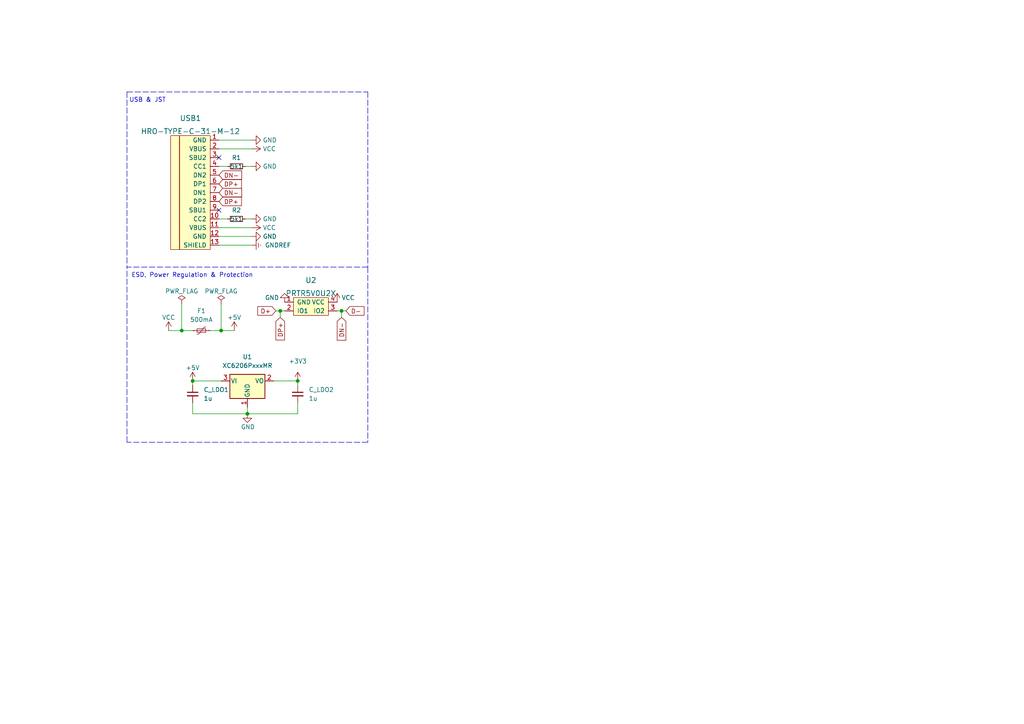
<source format=kicad_sch>
(kicad_sch (version 20211123) (generator eeschema)
  (paper "A4")
  (lib_symbols
    (symbol "Device:C_Small" (pin_numbers hide) (pin_names (offset 0.254) hide)
      (property "Reference" "C" (at 0.254 1.778 0))
      (property "Value" "C_Small" (at 0.254 -2.032 0))
      (symbol "C_Small_0_1"
        (polyline (pts (xy -1.524 -0.508) (xy 1.524 -0.508)) (stroke (width 0.3302)))
        (polyline (pts (xy -1.524 0.508) (xy 1.524 0.508)) (stroke (width 0.3048)))
      )
      (symbol "C_Small_1_1"
        (pin passive line (at 0 2.54 270) (length 2.032) (name "~") (number "1"))
        (pin passive line (at 0 -2.54 90) (length 2.032) (name "~") (number "2"))
      )
    )
    (symbol "Device:Polyfuse_Small" (pin_numbers hide) (pin_names (offset 0))
      (property "Reference" "F" (at -1.905 0 90))
      (property "Value" "Polyfuse_Small" (at 1.905 0 90))
      (symbol "Polyfuse_Small_0_1"
        (rectangle (start -0.508 1.27) (end 0.508 -1.27))
        (polyline (pts (xy 0 2.54) (xy 0 -2.54)))
        (polyline (pts (xy -1.016 1.27) (xy -1.016 0.762) (xy 1.016 -0.762) (xy 1.016 -1.27)))
      )
      (symbol "Polyfuse_Small_1_1"
        (pin passive line (at 0 2.54 270) (length 0.635) (name "~") (number "1"))
        (pin passive line (at 0 -2.54 90) (length 0.635) (name "~") (number "2"))
      )
    )
    (symbol "Device:R_Small" (pin_numbers hide) (pin_names (offset 0.254) hide)
      (property "Reference" "R" (at 0.762 0.508 0))
      (property "Value" "R_Small" (at 0.762 -1.016 0))
      (symbol "R_Small_0_1"
        (rectangle (start -0.762 1.778) (end 0.762 -1.778) (stroke (width 0.2032)))
      )
      (symbol "R_Small_1_1"
        (pin passive line (at 0 2.54 270) (length 0.762) (name "~") (number "1"))
        (pin passive line (at 0 -2.54 90) (length 0.762) (name "~") (number "2"))
      )
    )
    (symbol "Regulator_Linear:XC6206PxxxMR" (pin_names (offset 0.254))
      (property "Reference" "U" (at -3.81 3.175 0))
      (property "Value" "XC6206PxxxMR" (at 0 3.175 0))
      (symbol "XC6206PxxxMR_0_1"
        (rectangle (start -5.08 1.905) (end 5.08 -5.08) (stroke (width 0.254)) (fill (type background)))
      )
      (symbol "XC6206PxxxMR_1_1"
        (pin power_in line (at 0 -7.62 90) (length 2.54) (name "GND") (number "1"))
        (pin power_out line (at 7.62 0 180) (length 2.54) (name "VO") (number "2"))
        (pin power_in line (at -7.62 0 0) (length 2.54) (name "VI") (number "3"))
      )
    )
    (symbol "cipulot_parts:HRO-TYPE-C-31-M-12" (pin_names (offset 1.016))
      (property "Reference" "USB" (at -5.08 16.51 0))
      (property "Value" "HRO-TYPE-C-31-M-12" (at -10.16 -1.27 90))
      (symbol "HRO-TYPE-C-31-M-12_0_1"
        (rectangle (start -11.43 15.24) (end -8.89 -17.78) (fill (type background)))
        (rectangle (start 0 -17.78) (end -8.89 15.24) (fill (type background)))
      )
      (symbol "HRO-TYPE-C-31-M-12_1_1"
        (pin input line (at 2.54 13.97 180) (length 2.54) (name "GND") (number "1"))
        (pin input line (at 2.54 -8.89 180) (length 2.54) (name "CC2") (number "10"))
        (pin input line (at 2.54 -11.43 180) (length 2.54) (name "VBUS") (number "11"))
        (pin input line (at 2.54 -13.97 180) (length 2.54) (name "GND") (number "12"))
        (pin input line (at 2.54 -16.51 180) (length 2.54) (name "SHIELD") (number "13"))
        (pin input line (at 2.54 11.43 180) (length 2.54) (name "VBUS") (number "2"))
        (pin input line (at 2.54 8.89 180) (length 2.54) (name "SBU2") (number "3"))
        (pin input line (at 2.54 6.35 180) (length 2.54) (name "CC1") (number "4"))
        (pin input line (at 2.54 3.81 180) (length 2.54) (name "DN2") (number "5"))
        (pin input line (at 2.54 1.27 180) (length 2.54) (name "DP1") (number "6"))
        (pin input line (at 2.54 -1.27 180) (length 2.54) (name "DN1") (number "7"))
        (pin input line (at 2.54 -3.81 180) (length 2.54) (name "DP2") (number "8"))
        (pin input line (at 2.54 -6.35 180) (length 2.54) (name "SBU1") (number "9"))
      )
    )
    (symbol "cipulot_parts:PRTR5V0U2X" (pin_names (offset 1.016))
      (property "Reference" "U" (at 0 3.81 0))
      (property "Value" "PRTR5V0U2X" (at 0 -3.81 0))
      (symbol "PRTR5V0U2X_0_1"
        (rectangle (start -5.08 2.54) (end 5.08 -2.54) (fill (type background)))
      )
      (symbol "PRTR5V0U2X_1_1"
        (pin input line (at -7.62 1.27 0) (length 2.54) (name "GND") (number "1"))
        (pin input line (at -7.62 -1.27 0) (length 2.54) (name "IO1") (number "2"))
        (pin input line (at 7.62 -1.27 180) (length 2.54) (name "IO2") (number "3"))
        (pin input line (at 7.62 1.27 180) (length 2.54) (name "VCC") (number "4"))
      )
    )
    (symbol "power:+3V3" (power) (pin_names (offset 0))
      (property "Value" "+3V3" (at 0 3.556 0))
      (symbol "+3V3_0_1"
        (polyline (pts (xy -0.762 1.27) (xy 0 2.54)))
        (polyline (pts (xy 0 0) (xy 0 2.54)))
        (polyline (pts (xy 0 2.54) (xy 0.762 1.27)))
      )
      (symbol "+3V3_1_1"
        (pin power_in line (at 0 0 90) (length 0) hide (name "+3V3") (number "1"))
      )
    )
    (symbol "power:+5V" (power) (pin_names (offset 0))
      (property "Value" "+5V" (at 0 3.556 0))
      (symbol "+5V_0_1"
        (polyline (pts (xy -0.762 1.27) (xy 0 2.54)))
        (polyline (pts (xy 0 0) (xy 0 2.54)))
        (polyline (pts (xy 0 2.54) (xy 0.762 1.27)))
      )
      (symbol "+5V_1_1"
        (pin power_in line (at 0 0 90) (length 0) hide (name "+5V") (number "1"))
      )
    )
    (symbol "power:GND" (power) (pin_names (offset 0))
      (property "Value" "GND" (at 0 -3.81 0))
      (symbol "GND_0_1"
        (polyline (pts (xy 0 0) (xy 0 -1.27) (xy 1.27 -1.27) (xy 0 -2.54) (xy -1.27 -1.27) (xy 0 -1.27)))
      )
      (symbol "GND_1_1"
        (pin power_in line (at 0 0 270) (length 0) hide (name "GND") (number "1"))
      )
    )
    (symbol "power:GNDREF" (power) (pin_names (offset 0))
      (property "Value" "GNDREF" (at 0 -3.81 0))
      (symbol "GNDREF_0_1"
        (polyline (pts (xy -0.635 -1.905) (xy 0.635 -1.905)))
        (polyline (pts (xy -0.127 -2.54) (xy 0.127 -2.54)))
        (polyline (pts (xy 0 -1.27) (xy 0 0)))
        (polyline (pts (xy 1.27 -1.27) (xy -1.27 -1.27)))
      )
      (symbol "GNDREF_1_1"
        (pin power_in line (at 0 0 270) (length 0) hide (name "GNDREF") (number "1"))
      )
    )
    (symbol "power:PWR_FLAG" (power) (pin_numbers hide) (pin_names (offset 0) hide)
      (property "Value" "PWR_FLAG" (at 0 3.81 0))
      (symbol "PWR_FLAG_0_0"
        (pin power_out line (at 0 0 90) (length 0) (name "pwr") (number "1"))
      )
      (symbol "PWR_FLAG_0_1"
        (polyline (pts (xy 0 0) (xy 0 1.27) (xy -1.016 1.905) (xy 0 2.54) (xy 1.016 1.905) (xy 0 1.27)))
      )
    )
    (symbol "power:VCC" (power) (pin_names (offset 0))
      (property "Value" "VCC" (at 0 3.81 0))
      (symbol "VCC_0_1"
        (polyline (pts (xy -0.762 1.27) (xy 0 2.54)))
        (polyline (pts (xy 0 0) (xy 0 2.54)))
        (polyline (pts (xy 0 2.54) (xy 0.762 1.27)))
      )
      (symbol "VCC_1_1"
        (pin power_in line (at 0 0 90) (length 0) hide (name "VCC") (number "1"))
      )
    )
  )
  (junction (at 99.06 90.17))
  (junction (at 55.88 110.49))
  (junction (at 86.36 110.49))
  (junction (at 64.135 95.885))
  (junction (at 52.705 95.885))
  (junction (at 81.28 90.17))
  (junction (at 71.755 120.015))
  (no_connect (at 63.5 45.72))
  (no_connect (at 63.5 60.96))
  (wire (pts (xy 86.36 110.49) (xy 86.36 111.76)))
  (wire (pts (xy 71.12 63.5) (xy 73.025 63.5)))
  (wire (pts (xy 63.5 40.64) (xy 73.025 40.64)))
  (wire (pts (xy 80.01 90.17) (xy 81.28 90.17)))
  (polyline (pts (xy 36.83 128.27) (xy 36.83 77.47)))
  (wire (pts (xy 55.88 110.49) (xy 64.135 110.49)))
  (wire (pts (xy 71.755 118.11) (xy 71.755 120.015)))
  (wire (pts (xy 52.705 88.265) (xy 52.705 95.885)))
  (wire (pts (xy 81.28 90.17) (xy 82.55 90.17)))
  (polyline (pts (xy 106.68 128.27) (xy 36.83 128.27)))
  (polyline (pts (xy 106.68 77.47) (xy 106.68 128.27)))
  (polyline (pts (xy 106.68 26.67) (xy 106.68 77.47)))
  (wire (pts (xy 55.88 120.015) (xy 71.755 120.015)))
  (wire (pts (xy 99.06 90.17) (xy 99.06 92.075)))
  (wire (pts (xy 63.5 66.04) (xy 73.025 66.04)))
  (wire (pts (xy 81.28 90.17) (xy 81.28 92.075)))
  (wire (pts (xy 63.5 43.18) (xy 73.025 43.18)))
  (wire (pts (xy 63.5 48.26) (xy 66.04 48.26)))
  (wire (pts (xy 63.5 71.12) (xy 73.025 71.12)))
  (wire (pts (xy 55.88 116.84) (xy 55.88 120.015)))
  (wire (pts (xy 60.96 95.885) (xy 64.135 95.885)))
  (wire (pts (xy 86.36 120.015) (xy 86.36 116.84)))
  (wire (pts (xy 71.755 120.015) (xy 86.36 120.015)))
  (wire (pts (xy 97.79 90.17) (xy 99.06 90.17)))
  (wire (pts (xy 71.12 48.26) (xy 73.025 48.26)))
  (wire (pts (xy 99.06 90.17) (xy 100.33 90.17)))
  (wire (pts (xy 48.895 95.885) (xy 52.705 95.885)))
  (wire (pts (xy 64.135 88.265) (xy 64.135 95.885)))
  (polyline (pts (xy 36.83 26.67) (xy 106.68 26.67)))
  (wire (pts (xy 63.5 63.5) (xy 66.04 63.5)))
  (wire (pts (xy 52.705 95.885) (xy 55.88 95.885)))
  (polyline (pts (xy 36.83 26.67) (xy 36.83 77.47)))
  (wire (pts (xy 64.135 95.885) (xy 67.945 95.885)))
  (wire (pts (xy 55.88 110.49) (xy 55.88 111.76)))
  (wire (pts (xy 79.375 110.49) (xy 86.36 110.49)))
  (polyline (pts (xy 106.68 77.47) (xy 36.83 77.47)))
  (wire (pts (xy 63.5 68.58) (xy 73.025 68.58)))
  (text "ESD, Power Regulation & Protection" (at 38.1 80.645 0) (effects (font (size 1.27 1.27)) (justify left bottom)))
  (text "USB & JST\n" (at 37.465 29.845 0) (effects (font (size 1.27 1.27)) (justify left bottom)))
  (global_label "DN-" (shape input) (at 63.5 50.8 0) (property "Intersheet References" "${INTERSHEET_REFS}" (effects hide)))
  (global_label "DP+" (shape input) (at 81.28 92.075 270) (property "Intersheet References" "${INTERSHEET_REFS}" (effects hide)))
  (global_label "DP+" (shape input) (at 63.5 58.42 0) (property "Intersheet References" "${INTERSHEET_REFS}" (effects hide)))
  (global_label "D-" (shape input) (at 100.33 90.17 0) (property "Intersheet References" "${INTERSHEET_REFS}" (effects hide)))
  (global_label "DN-" (shape input) (at 63.5 55.88 0) (property "Intersheet References" "${INTERSHEET_REFS}" (effects hide)))
  (global_label "DP+" (shape input) (at 63.5 53.34 0) (property "Intersheet References" "${INTERSHEET_REFS}" (effects hide)))
  (global_label "DN-" (shape input) (at 99.06 92.075 270) (property "Intersheet References" "${INTERSHEET_REFS}" (effects hide)))
  (global_label "D+" (shape input) (at 80.01 90.17 180) (property "Intersheet References" "${INTERSHEET_REFS}" (effects hide)))
  (symbol (lib_id "cipulot_parts:HRO-TYPE-C-31-M-12") (at 60.96 54.61 0) (unit 1)
    (property "Reference" "USB1" (at 55.245 34.29 0) (effects (font (size 1.524 1.524))))
    (property "Value" "HRO-TYPE-C-31-M-12" (at 55.245 38.1 0) (effects (font (size 1.524 1.524))))
    (property "Footprint" "cipulot_parts:HRO-TYPE-C-31-M-12-Assembly" (effects hide))
  )
  (symbol (lib_id "power:+5V") (at 55.88 110.49 0) (unit 1)
    (property "Reference" "#PWR0112" (effects hide))
    (property "Value" "+5V" (at 55.88 106.68 0))
  )
  (symbol (lib_id "power:GND") (at 71.755 120.015 0) (unit 1)
    (property "Reference" "#PWR0116" (effects hide))
    (property "Value" "GND" (at 69.85 123.825 0) (effects (justify left)))
  )
  (symbol (lib_id "Device:Polyfuse_Small") (at 58.42 95.885 90) (unit 1)
    (property "Reference" "F1" (at 58.42 90.17 90))
    (property "Value" "500mA" (at 58.42 92.71 90))
    (property "Footprint" "Fuse:Fuse_0805_2012Metric" (effects hide))
  )
  (symbol (lib_id "Device:C_Small") (at 55.88 114.3 0) (unit 1)
    (property "Reference" "C_LDO1" (at 59.055 113.0362 0) (effects (justify left)))
    (property "Value" "1u" (at 59.055 115.5762 0) (effects (justify left)))
    (property "Footprint" "Capacitor_SMD:C_0402_1005Metric" (effects hide))
  )
  (symbol (lib_id "power:GND") (at 73.025 48.26 90) (unit 1)
    (property "Reference" "#PWR0106" (effects hide))
    (property "Value" "GND" (at 76.2 48.2599 90) (effects (justify right)))
  )
  (symbol (lib_id "power:GND") (at 82.55 87.63 180) (unit 1)
    (property "Reference" "#PWR0115" (effects hide))
    (property "Value" "GND" (at 76.835 86.36 0) (effects (justify right)))
  )
  (symbol (lib_id "power:VCC") (at 97.79 87.63 0) (unit 1)
    (property "Reference" "#PWR0118" (effects hide))
    (property "Value" "VCC" (at 99.06 86.36 0) (effects (justify left)))
  )
  (symbol (lib_id "Device:R_Small") (at 68.58 48.26 90) (unit 1)
    (property "Reference" "R1" (at 68.58 45.72 90))
    (property "Value" "5k1" (at 68.58 48.26 90))
    (property "Footprint" "Resistor_SMD:R_0402_1005Metric" (effects hide))
  )
  (symbol (lib_id "power:PWR_FLAG") (at 52.705 88.265 0) (unit 1)
    (property "Reference" "#FLG0101" (effects hide))
    (property "Value" "PWR_FLAG" (at 52.705 84.455 0))
  )
  (symbol (lib_id "Device:R_Small") (at 68.58 63.5 90) (unit 1)
    (property "Reference" "R2" (at 68.58 60.96 90))
    (property "Value" "5k1" (at 68.58 63.5 90))
    (property "Footprint" "Resistor_SMD:R_0402_1005Metric" (effects hide))
  )
  (symbol (lib_id "power:PWR_FLAG") (at 64.135 88.265 0) (unit 1)
    (property "Reference" "#FLG0102" (effects hide))
    (property "Value" "PWR_FLAG" (at 64.135 84.455 0))
  )
  (symbol (lib_id "Regulator_Linear:XC6206PxxxMR") (at 71.755 110.49 0) (unit 1)
    (property "Reference" "U1" (at 71.755 103.505 0))
    (property "Value" "XC6206PxxxMR" (at 71.755 106.045 0))
    (property "Footprint" "Package_TO_SOT_SMD:SOT-23" (effects hide))
    (property "Datasheet" "https://www.torexsemi.com/file/xc6206/XC6206.pdf" (effects hide))
  )
  (symbol (lib_id "power:GND") (at 73.025 68.58 90) (unit 1)
    (property "Reference" "#PWR0107" (effects hide))
    (property "Value" "GND" (at 76.2 68.5799 90) (effects (justify right)))
  )
  (symbol (lib_id "power:GNDREF") (at 73.025 71.12 90) (unit 1)
    (property "Reference" "#PWR0114" (effects hide))
    (property "Value" "GNDREF" (at 76.835 71.1199 90) (effects (justify right)))
  )
  (symbol (lib_id "cipulot_parts:PRTR5V0U2X") (at 90.17 88.9 0) (unit 1)
    (property "Reference" "U2" (at 90.17 81.28 0) (effects (font (size 1.524 1.524))))
    (property "Value" "PRTR5V0U2X" (at 90.17 85.09 0) (effects (font (size 1.524 1.524))))
    (property "Footprint" "random-keyboard-parts:SOT143B" (effects hide))
  )
  (symbol (lib_id "power:VCC") (at 73.025 43.18 270) (unit 1)
    (property "Reference" "#PWR0110" (effects hide))
    (property "Value" "VCC" (at 76.2 43.1799 90) (effects (justify left)))
  )
  (symbol (lib_id "power:VCC") (at 73.025 66.04 270) (unit 1)
    (property "Reference" "#PWR0105" (effects hide))
    (property "Value" "VCC" (at 76.2 66.0399 90) (effects (justify left)))
  )
  (symbol (lib_id "power:+3V3") (at 86.36 110.49 0) (unit 1)
    (property "Reference" "#PWR0117" (effects hide))
    (property "Value" "+3V3" (at 86.36 104.775 0))
  )
  (symbol (lib_id "power:GND") (at 73.025 40.64 90) (unit 1)
    (property "Reference" "#PWR0108" (effects hide))
    (property "Value" "GND" (at 76.2 40.6399 90) (effects (justify right)))
  )
  (symbol (lib_id "Device:C_Small") (at 86.36 114.3 0) (unit 1)
    (property "Reference" "C_LDO2" (at 89.535 113.0362 0) (effects (justify left)))
    (property "Value" "1u" (at 89.535 115.5762 0) (effects (justify left)))
    (property "Footprint" "Capacitor_SMD:C_0402_1005Metric" (effects hide))
  )
  (symbol (lib_id "power:+5V") (at 67.945 95.885 0) (unit 1)
    (property "Reference" "#PWR0111" (effects hide))
    (property "Value" "+5V" (at 67.945 92.075 0))
  )
  (symbol (lib_id "power:GND") (at 73.025 63.5 90) (unit 1)
    (property "Reference" "#PWR0109" (effects hide))
    (property "Value" "GND" (at 76.2 63.4999 90) (effects (justify right)))
  )
  (symbol (lib_id "power:VCC") (at 48.895 95.885 0) (unit 1)
    (property "Reference" "#PWR0113" (effects hide))
    (property "Value" "VCC" (at 48.895 92.075 0))
  )
)
</source>
